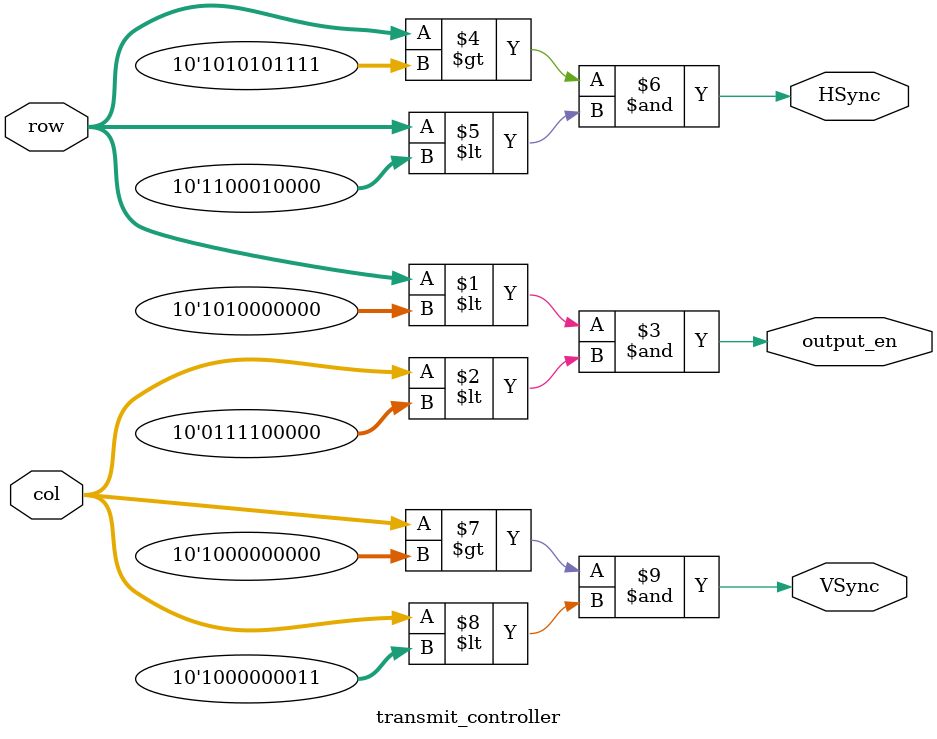
<source format=sv>
/*
Module to control transmitter pixel and VSync/HSync output

takes in row and col and outputs values for VSync, HSync, and output_en

TODO IF NEEDED: use flops and logic to cut down amount of logic cells, parametrization
*/
module transmit_controller (
    input logic  [9:0]  row, col,
    output logic        VSync, HSync, output_en
);

assign output_en = (row < 10'd640) & (col < 10'd480);


assign HSync = ((row > 10'd687) & (row < 10'd784));


assign VSync = ((col > 10'd512) & (col < 10'd515));

endmodule

</source>
